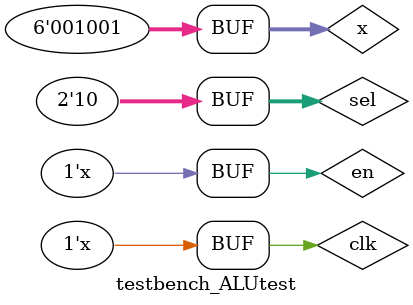
<source format=v>
`timescale 1ns/1ps
module testbench_ALUtest();
reg clk, en;
reg [1:0] sel;
reg [5:0] x;

wire [5:0] y;
wire of;

alu_test tesbench(
    .clk(clk),
    .en(en),
    .sel(sel),
    .x(x),
    .y(y),
    .of(of)
);

always #10 clk = ~clk;
initial begin
    clk = 0;
    en = 0;
    sel = 2'b11;
    
    #30 sel = 2'b10; x = 6'h0;
    #30 sel = 2'b00; x = 6'b111111;
    #30 sel = 2'b01; x = 6'h2;
    #30 sel = 2'b10; x = 6'h1;
    #30 x = 6'h2;
    #30 x = 6'h3;
    #30 x = 6'h4;
    #30 x = 6'h5;
    #30 x = 6'h6;
    #30 x = 6'h7;
    #30 x = 6'h8;
    #30 x = 6'h9;
    //#30 $finish;
end

always #10 en = ~en;
endmodule
</source>
